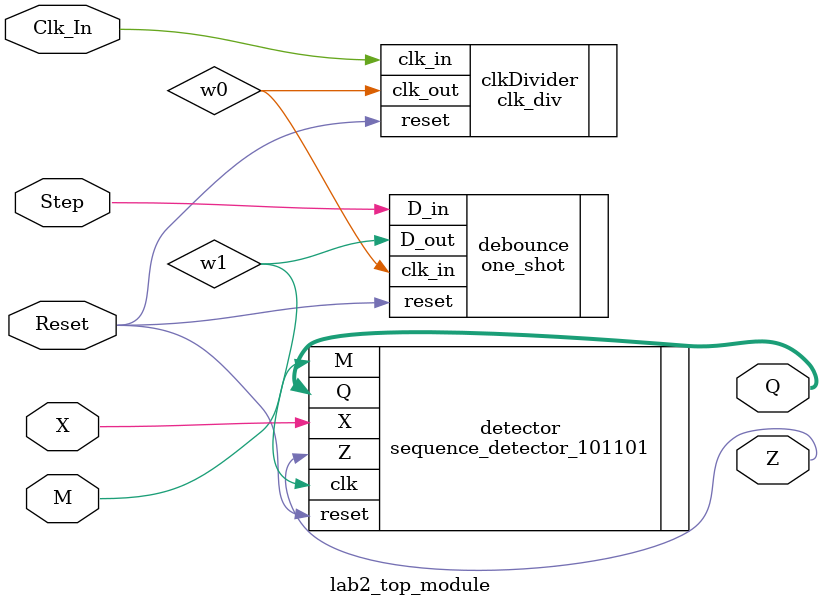
<source format=v>
`timescale 1ns / 1ps
/******************************************************************************************
*    File Name:   Lab 2 Top module
*    Project:     Lab Project 2: Sequence Detectors(phase 1)
*    Designer:    Jose Sotelo
*    Email:       jsotelo235@gmail.com
*    Rev. Date:   Feb. 24, 2017
*
*    Purpose:
*    This is the top module for the whole project. It contains the clock divider,
*    one-shot, and the sequence detector circuit for "101101". We will be instantiating
*    each circuit by using the previous modules created.
*
*    To complete the sequence detector we need to instantiate the clock divider and pass in
*    the incoming clock frequency, the reset, and the output. Once this instance is defined,
*    we used the output of the clock divider as the input for the one-shot circuit. The one-
*    shot circuit accepts in a reset and D_in input to allow us to provide a reset or the clock 
*    input to the sequence detector.
*
*    Lastly, the sequence detector circuit accepts the one-shot frequency signal that allows
*    the circuit to move one bit a time to locate the non-overlapping sequence "101101". A reset 
*    is also set to clear the detector once the button is pressed. The X input is used to detect
*    the non-overlapping sequence. The M input is used to select which finite state machine is the
*    sequence detector currently operating at. The result outputs a "1" for Z and Q[2:0] to represent
*    the current state when the sequence was detected.
* 
*    Notes:
 ******************************************************************************************/
module lab2_top_module(Clk_In, Reset, Step, X, M, Z, Q);

     input          Clk_In, Reset;
     input          Step, X, M;
     
     output         Z;
     output[2:0]    Q;
     
     wire w0, w1;
     
     clk_div
               clkDivider (.clk_in(Clk_In), .reset(Reset), .clk_out(w0));
     one_shot 
               debounce   (.clk_in(w0), .reset(Reset), .D_in(Step), .D_out(w1));
               
     sequence_detector_101101 detector (.clk(w1), .reset(Reset), .X(X), .M(M), .Z(Z), .Q(Q));
endmodule

</source>
